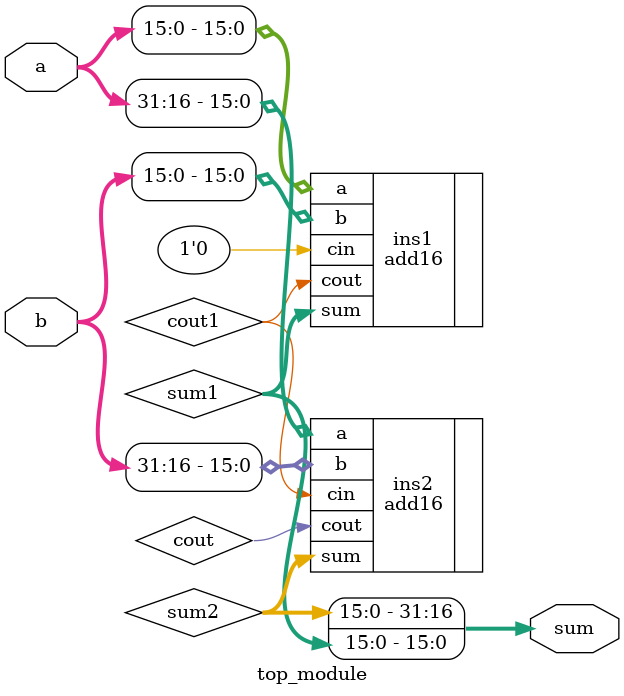
<source format=v>

module top_module(
    input [31:0] a,
    input [31:0] b,
    output [31:0] sum
);
    wire [15:0] sum1,sum2;
    wire cout1,cout;
    add16 ins1 (.a(a[15:0]), .b(b[15:0]), .cin(1'b0), .sum(sum1) , .cout(cout1));
    add16 ins2 (.a(a[31:16]), .b(b[31:16]), .cin(cout1), .sum(sum2) , .cout(cout));
    assign sum = {sum2,sum1};
    
endmodule

</source>
